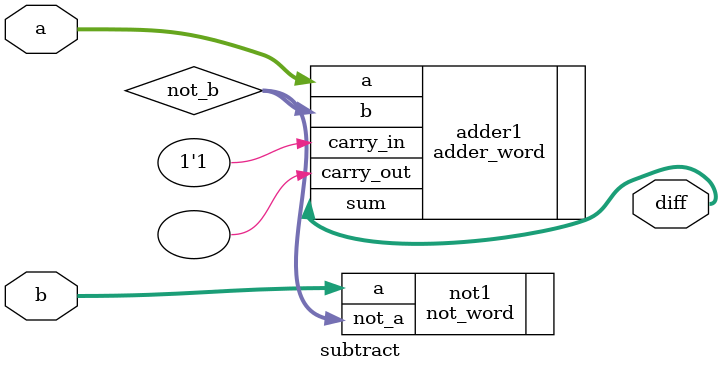
<source format=v>
`include "src/adder/adder_word.v"
`include "src/not_word.v"

module subtract(input wire [31:0] a,
		input wire [31:0] b,
		output wire [31:0] diff);

	wire [31:0] not_b;

	not_word not1(.a(b), .not_a(not_b));
	adder_word adder1(.a(a), .b(not_b), .carry_in(1'b1), .sum(diff), .carry_out());

endmodule

</source>
